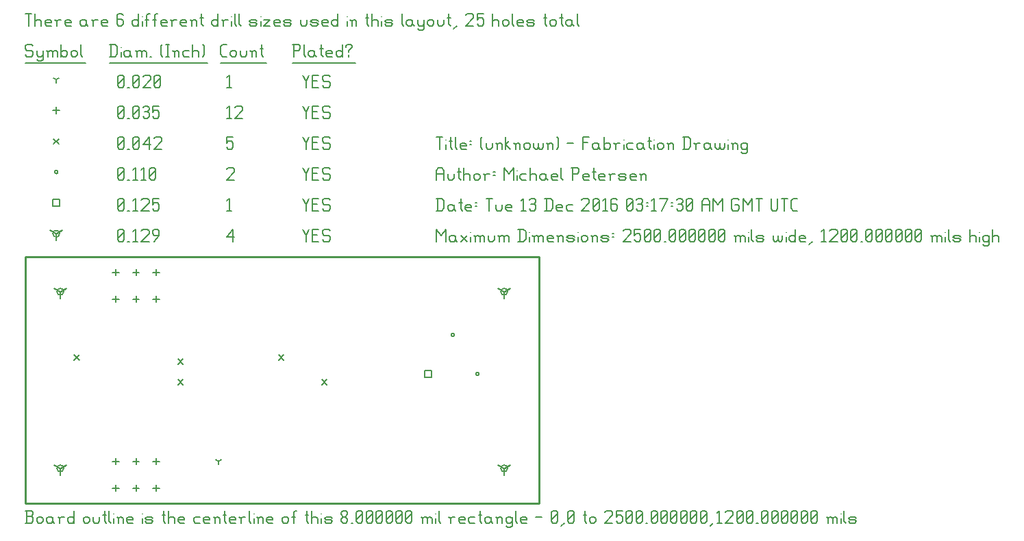
<source format=gbr>
G04 start of page 12 for group -3984 idx -3984 *
G04 Title: (unknown), fab *
G04 Creator: pcb 20140316 *
G04 CreationDate: Tue 13 Dec 2016 03:17:30 AM GMT UTC *
G04 For: railfan *
G04 Format: Gerber/RS-274X *
G04 PCB-Dimensions (mil): 2500.00 1200.00 *
G04 PCB-Coordinate-Origin: lower left *
%MOIN*%
%FSLAX25Y25*%
%LNFAB*%
%ADD62C,0.0100*%
%ADD61C,0.0075*%
%ADD60C,0.0060*%
%ADD59C,0.0001*%
%ADD58R,0.0080X0.0080*%
G54D58*X233000Y103000D02*Y99800D01*
G54D59*G36*
X232454Y103147D02*X235920Y105146D01*
X236320Y104453D01*
X232853Y102454D01*
X232454Y103147D01*
G37*
G36*
X233147Y102454D02*X229680Y104453D01*
X230080Y105146D01*
X233546Y103147D01*
X233147Y102454D01*
G37*
G54D58*X231400Y103000D02*G75*G03X234600Y103000I1600J0D01*G01*
G75*G03X231400Y103000I-1600J0D01*G01*
X17000D02*Y99800D01*
G54D59*G36*
X16454Y103147D02*X19920Y105146D01*
X20320Y104453D01*
X16853Y102454D01*
X16454Y103147D01*
G37*
G36*
X17147Y102454D02*X13680Y104453D01*
X14080Y105146D01*
X17546Y103147D01*
X17147Y102454D01*
G37*
G54D58*X15400Y103000D02*G75*G03X18600Y103000I1600J0D01*G01*
G75*G03X15400Y103000I-1600J0D01*G01*
X17000Y17000D02*Y13800D01*
G54D59*G36*
X16454Y17147D02*X19920Y19146D01*
X20320Y18453D01*
X16853Y16454D01*
X16454Y17147D01*
G37*
G36*
X17147Y16454D02*X13680Y18453D01*
X14080Y19146D01*
X17546Y17147D01*
X17147Y16454D01*
G37*
G54D58*X15400Y17000D02*G75*G03X18600Y17000I1600J0D01*G01*
G75*G03X15400Y17000I-1600J0D01*G01*
X233000D02*Y13800D01*
G54D59*G36*
X232454Y17147D02*X235920Y19146D01*
X236320Y18453D01*
X232853Y16454D01*
X232454Y17147D01*
G37*
G36*
X233147Y16454D02*X229680Y18453D01*
X230080Y19146D01*
X233546Y17147D01*
X233147Y16454D01*
G37*
G54D58*X231400Y17000D02*G75*G03X234600Y17000I1600J0D01*G01*
G75*G03X231400Y17000I-1600J0D01*G01*
X15000Y131250D02*Y128050D01*
G54D59*G36*
X14454Y131397D02*X17920Y133396D01*
X18320Y132703D01*
X14853Y130704D01*
X14454Y131397D01*
G37*
G36*
X15147Y130704D02*X11680Y132703D01*
X12080Y133396D01*
X15546Y131397D01*
X15147Y130704D01*
G37*
G54D58*X13400Y131250D02*G75*G03X16600Y131250I1600J0D01*G01*
G75*G03X13400Y131250I-1600J0D01*G01*
G54D60*X135000Y133500D02*X136500Y130500D01*
X138000Y133500D01*
X136500Y130500D02*Y127500D01*
X139800Y130800D02*X142050D01*
X139800Y127500D02*X142800D01*
X139800Y133500D02*Y127500D01*
Y133500D02*X142800D01*
X147600D02*X148350Y132750D01*
X145350Y133500D02*X147600D01*
X144600Y132750D02*X145350Y133500D01*
X144600Y132750D02*Y131250D01*
X145350Y130500D01*
X147600D01*
X148350Y129750D01*
Y128250D01*
X147600Y127500D02*X148350Y128250D01*
X145350Y127500D02*X147600D01*
X144600Y128250D02*X145350Y127500D01*
X98000Y129750D02*X101000Y133500D01*
X98000Y129750D02*X101750D01*
X101000Y133500D02*Y127500D01*
X45000Y128250D02*X45750Y127500D01*
X45000Y132750D02*Y128250D01*
Y132750D02*X45750Y133500D01*
X47250D01*
X48000Y132750D01*
Y128250D01*
X47250Y127500D02*X48000Y128250D01*
X45750Y127500D02*X47250D01*
X45000Y129000D02*X48000Y132000D01*
X49800Y127500D02*X50550D01*
X52350Y132300D02*X53550Y133500D01*
Y127500D01*
X52350D02*X54600D01*
X56400Y132750D02*X57150Y133500D01*
X59400D01*
X60150Y132750D01*
Y131250D01*
X56400Y127500D02*X60150Y131250D01*
X56400Y127500D02*X60150D01*
X62700D02*X64950Y130500D01*
Y132750D02*Y130500D01*
X64200Y133500D02*X64950Y132750D01*
X62700Y133500D02*X64200D01*
X61950Y132750D02*X62700Y133500D01*
X61950Y132750D02*Y131250D01*
X62700Y130500D01*
X64950D01*
X194400Y64600D02*X197600D01*
X194400D02*Y61400D01*
X197600D01*
Y64600D02*Y61400D01*
X13400Y147850D02*X16600D01*
X13400D02*Y144650D01*
X16600D01*
Y147850D02*Y144650D01*
X135000Y148500D02*X136500Y145500D01*
X138000Y148500D01*
X136500Y145500D02*Y142500D01*
X139800Y145800D02*X142050D01*
X139800Y142500D02*X142800D01*
X139800Y148500D02*Y142500D01*
Y148500D02*X142800D01*
X147600D02*X148350Y147750D01*
X145350Y148500D02*X147600D01*
X144600Y147750D02*X145350Y148500D01*
X144600Y147750D02*Y146250D01*
X145350Y145500D01*
X147600D01*
X148350Y144750D01*
Y143250D01*
X147600Y142500D02*X148350Y143250D01*
X145350Y142500D02*X147600D01*
X144600Y143250D02*X145350Y142500D01*
X98000Y147300D02*X99200Y148500D01*
Y142500D01*
X98000D02*X100250D01*
X45000Y143250D02*X45750Y142500D01*
X45000Y147750D02*Y143250D01*
Y147750D02*X45750Y148500D01*
X47250D01*
X48000Y147750D01*
Y143250D01*
X47250Y142500D02*X48000Y143250D01*
X45750Y142500D02*X47250D01*
X45000Y144000D02*X48000Y147000D01*
X49800Y142500D02*X50550D01*
X52350Y147300D02*X53550Y148500D01*
Y142500D01*
X52350D02*X54600D01*
X56400Y147750D02*X57150Y148500D01*
X59400D01*
X60150Y147750D01*
Y146250D01*
X56400Y142500D02*X60150Y146250D01*
X56400Y142500D02*X60150D01*
X61950Y148500D02*X64950D01*
X61950D02*Y145500D01*
X62700Y146250D01*
X64200D01*
X64950Y145500D01*
Y143250D01*
X64200Y142500D02*X64950Y143250D01*
X62700Y142500D02*X64200D01*
X61950Y143250D02*X62700Y142500D01*
X219200Y63000D02*G75*G03X220800Y63000I800J0D01*G01*
G75*G03X219200Y63000I-800J0D01*G01*
X207200Y82000D02*G75*G03X208800Y82000I800J0D01*G01*
G75*G03X207200Y82000I-800J0D01*G01*
X14200Y161250D02*G75*G03X15800Y161250I800J0D01*G01*
G75*G03X14200Y161250I-800J0D01*G01*
X135000Y163500D02*X136500Y160500D01*
X138000Y163500D01*
X136500Y160500D02*Y157500D01*
X139800Y160800D02*X142050D01*
X139800Y157500D02*X142800D01*
X139800Y163500D02*Y157500D01*
Y163500D02*X142800D01*
X147600D02*X148350Y162750D01*
X145350Y163500D02*X147600D01*
X144600Y162750D02*X145350Y163500D01*
X144600Y162750D02*Y161250D01*
X145350Y160500D01*
X147600D01*
X148350Y159750D01*
Y158250D01*
X147600Y157500D02*X148350Y158250D01*
X145350Y157500D02*X147600D01*
X144600Y158250D02*X145350Y157500D01*
X98000Y162750D02*X98750Y163500D01*
X101000D01*
X101750Y162750D01*
Y161250D01*
X98000Y157500D02*X101750Y161250D01*
X98000Y157500D02*X101750D01*
X45000Y158250D02*X45750Y157500D01*
X45000Y162750D02*Y158250D01*
Y162750D02*X45750Y163500D01*
X47250D01*
X48000Y162750D01*
Y158250D01*
X47250Y157500D02*X48000Y158250D01*
X45750Y157500D02*X47250D01*
X45000Y159000D02*X48000Y162000D01*
X49800Y157500D02*X50550D01*
X52350Y162300D02*X53550Y163500D01*
Y157500D01*
X52350D02*X54600D01*
X56400Y162300D02*X57600Y163500D01*
Y157500D01*
X56400D02*X58650D01*
X60450Y158250D02*X61200Y157500D01*
X60450Y162750D02*Y158250D01*
Y162750D02*X61200Y163500D01*
X62700D01*
X63450Y162750D01*
Y158250D01*
X62700Y157500D02*X63450Y158250D01*
X61200Y157500D02*X62700D01*
X60450Y159000D02*X63450Y162000D01*
X23800Y72200D02*X26200Y69800D01*
X23800D02*X26200Y72200D01*
X123300D02*X125700Y69800D01*
X123300D02*X125700Y72200D01*
X144300Y60200D02*X146700Y57800D01*
X144300D02*X146700Y60200D01*
X74300Y70200D02*X76700Y67800D01*
X74300D02*X76700Y70200D01*
X74300Y60200D02*X76700Y57800D01*
X74300D02*X76700Y60200D01*
X13800Y177450D02*X16200Y175050D01*
X13800D02*X16200Y177450D01*
X135000Y178500D02*X136500Y175500D01*
X138000Y178500D01*
X136500Y175500D02*Y172500D01*
X139800Y175800D02*X142050D01*
X139800Y172500D02*X142800D01*
X139800Y178500D02*Y172500D01*
Y178500D02*X142800D01*
X147600D02*X148350Y177750D01*
X145350Y178500D02*X147600D01*
X144600Y177750D02*X145350Y178500D01*
X144600Y177750D02*Y176250D01*
X145350Y175500D01*
X147600D01*
X148350Y174750D01*
Y173250D01*
X147600Y172500D02*X148350Y173250D01*
X145350Y172500D02*X147600D01*
X144600Y173250D02*X145350Y172500D01*
X98000Y178500D02*X101000D01*
X98000D02*Y175500D01*
X98750Y176250D01*
X100250D01*
X101000Y175500D01*
Y173250D01*
X100250Y172500D02*X101000Y173250D01*
X98750Y172500D02*X100250D01*
X98000Y173250D02*X98750Y172500D01*
X45000Y173250D02*X45750Y172500D01*
X45000Y177750D02*Y173250D01*
Y177750D02*X45750Y178500D01*
X47250D01*
X48000Y177750D01*
Y173250D01*
X47250Y172500D02*X48000Y173250D01*
X45750Y172500D02*X47250D01*
X45000Y174000D02*X48000Y177000D01*
X49800Y172500D02*X50550D01*
X52350Y173250D02*X53100Y172500D01*
X52350Y177750D02*Y173250D01*
Y177750D02*X53100Y178500D01*
X54600D01*
X55350Y177750D01*
Y173250D01*
X54600Y172500D02*X55350Y173250D01*
X53100Y172500D02*X54600D01*
X52350Y174000D02*X55350Y177000D01*
X57150Y174750D02*X60150Y178500D01*
X57150Y174750D02*X60900D01*
X60150Y178500D02*Y172500D01*
X62700Y177750D02*X63450Y178500D01*
X65700D01*
X66450Y177750D01*
Y176250D01*
X62700Y172500D02*X66450Y176250D01*
X62700Y172500D02*X66450D01*
X44000Y101108D02*Y97908D01*
X42400Y99508D02*X45600D01*
X53843Y101108D02*Y97908D01*
X52243Y99508D02*X55443D01*
X63685Y101108D02*Y97908D01*
X62085Y99508D02*X65285D01*
X44000Y114100D02*Y110900D01*
X42400Y112500D02*X45600D01*
X53843Y114100D02*Y110900D01*
X52243Y112500D02*X55443D01*
X63685Y114100D02*Y110900D01*
X62085Y112500D02*X65285D01*
X44000Y9100D02*Y5900D01*
X42400Y7500D02*X45600D01*
X53843Y9100D02*Y5900D01*
X52243Y7500D02*X55443D01*
X63685Y9100D02*Y5900D01*
X62085Y7500D02*X65285D01*
X44000Y22092D02*Y18892D01*
X42400Y20492D02*X45600D01*
X53843Y22092D02*Y18892D01*
X52243Y20492D02*X55443D01*
X63685Y22092D02*Y18892D01*
X62085Y20492D02*X65285D01*
X15000Y192850D02*Y189650D01*
X13400Y191250D02*X16600D01*
X135000Y193500D02*X136500Y190500D01*
X138000Y193500D01*
X136500Y190500D02*Y187500D01*
X139800Y190800D02*X142050D01*
X139800Y187500D02*X142800D01*
X139800Y193500D02*Y187500D01*
Y193500D02*X142800D01*
X147600D02*X148350Y192750D01*
X145350Y193500D02*X147600D01*
X144600Y192750D02*X145350Y193500D01*
X144600Y192750D02*Y191250D01*
X145350Y190500D01*
X147600D01*
X148350Y189750D01*
Y188250D01*
X147600Y187500D02*X148350Y188250D01*
X145350Y187500D02*X147600D01*
X144600Y188250D02*X145350Y187500D01*
X98000Y192300D02*X99200Y193500D01*
Y187500D01*
X98000D02*X100250D01*
X102050Y192750D02*X102800Y193500D01*
X105050D01*
X105800Y192750D01*
Y191250D01*
X102050Y187500D02*X105800Y191250D01*
X102050Y187500D02*X105800D01*
X45000Y188250D02*X45750Y187500D01*
X45000Y192750D02*Y188250D01*
Y192750D02*X45750Y193500D01*
X47250D01*
X48000Y192750D01*
Y188250D01*
X47250Y187500D02*X48000Y188250D01*
X45750Y187500D02*X47250D01*
X45000Y189000D02*X48000Y192000D01*
X49800Y187500D02*X50550D01*
X52350Y188250D02*X53100Y187500D01*
X52350Y192750D02*Y188250D01*
Y192750D02*X53100Y193500D01*
X54600D01*
X55350Y192750D01*
Y188250D01*
X54600Y187500D02*X55350Y188250D01*
X53100Y187500D02*X54600D01*
X52350Y189000D02*X55350Y192000D01*
X57150Y192750D02*X57900Y193500D01*
X59400D01*
X60150Y192750D01*
X59400Y187500D02*X60150Y188250D01*
X57900Y187500D02*X59400D01*
X57150Y188250D02*X57900Y187500D01*
Y190800D02*X59400D01*
X60150Y192750D02*Y191550D01*
Y190050D02*Y188250D01*
Y190050D02*X59400Y190800D01*
X60150Y191550D02*X59400Y190800D01*
X61950Y193500D02*X64950D01*
X61950D02*Y190500D01*
X62700Y191250D01*
X64200D01*
X64950Y190500D01*
Y188250D01*
X64200Y187500D02*X64950Y188250D01*
X62700Y187500D02*X64200D01*
X61950Y188250D02*X62700Y187500D01*
X94043Y20500D02*Y18900D01*
Y20500D02*X95430Y21300D01*
X94043Y20500D02*X92656Y21300D01*
X15000Y206250D02*Y204650D01*
Y206250D02*X16387Y207050D01*
X15000Y206250D02*X13613Y207050D01*
X135000Y208500D02*X136500Y205500D01*
X138000Y208500D01*
X136500Y205500D02*Y202500D01*
X139800Y205800D02*X142050D01*
X139800Y202500D02*X142800D01*
X139800Y208500D02*Y202500D01*
Y208500D02*X142800D01*
X147600D02*X148350Y207750D01*
X145350Y208500D02*X147600D01*
X144600Y207750D02*X145350Y208500D01*
X144600Y207750D02*Y206250D01*
X145350Y205500D01*
X147600D01*
X148350Y204750D01*
Y203250D01*
X147600Y202500D02*X148350Y203250D01*
X145350Y202500D02*X147600D01*
X144600Y203250D02*X145350Y202500D01*
X98000Y207300D02*X99200Y208500D01*
Y202500D01*
X98000D02*X100250D01*
X45000Y203250D02*X45750Y202500D01*
X45000Y207750D02*Y203250D01*
Y207750D02*X45750Y208500D01*
X47250D01*
X48000Y207750D01*
Y203250D01*
X47250Y202500D02*X48000Y203250D01*
X45750Y202500D02*X47250D01*
X45000Y204000D02*X48000Y207000D01*
X49800Y202500D02*X50550D01*
X52350Y203250D02*X53100Y202500D01*
X52350Y207750D02*Y203250D01*
Y207750D02*X53100Y208500D01*
X54600D01*
X55350Y207750D01*
Y203250D01*
X54600Y202500D02*X55350Y203250D01*
X53100Y202500D02*X54600D01*
X52350Y204000D02*X55350Y207000D01*
X57150Y207750D02*X57900Y208500D01*
X60150D01*
X60900Y207750D01*
Y206250D01*
X57150Y202500D02*X60900Y206250D01*
X57150Y202500D02*X60900D01*
X62700Y203250D02*X63450Y202500D01*
X62700Y207750D02*Y203250D01*
Y207750D02*X63450Y208500D01*
X64950D01*
X65700Y207750D01*
Y203250D01*
X64950Y202500D02*X65700Y203250D01*
X63450Y202500D02*X64950D01*
X62700Y204000D02*X65700Y207000D01*
X3000Y223500D02*X3750Y222750D01*
X750Y223500D02*X3000D01*
X0Y222750D02*X750Y223500D01*
X0Y222750D02*Y221250D01*
X750Y220500D01*
X3000D01*
X3750Y219750D01*
Y218250D01*
X3000Y217500D02*X3750Y218250D01*
X750Y217500D02*X3000D01*
X0Y218250D02*X750Y217500D01*
X5550Y220500D02*Y218250D01*
X6300Y217500D01*
X8550Y220500D02*Y216000D01*
X7800Y215250D02*X8550Y216000D01*
X6300Y215250D02*X7800D01*
X5550Y216000D02*X6300Y215250D01*
Y217500D02*X7800D01*
X8550Y218250D01*
X11100Y219750D02*Y217500D01*
Y219750D02*X11850Y220500D01*
X12600D01*
X13350Y219750D01*
Y217500D01*
Y219750D02*X14100Y220500D01*
X14850D01*
X15600Y219750D01*
Y217500D01*
X10350Y220500D02*X11100Y219750D01*
X17400Y223500D02*Y217500D01*
Y218250D02*X18150Y217500D01*
X19650D01*
X20400Y218250D01*
Y219750D02*Y218250D01*
X19650Y220500D02*X20400Y219750D01*
X18150Y220500D02*X19650D01*
X17400Y219750D02*X18150Y220500D01*
X22200Y219750D02*Y218250D01*
Y219750D02*X22950Y220500D01*
X24450D01*
X25200Y219750D01*
Y218250D01*
X24450Y217500D02*X25200Y218250D01*
X22950Y217500D02*X24450D01*
X22200Y218250D02*X22950Y217500D01*
X27000Y223500D02*Y218250D01*
X27750Y217500D01*
X0Y214250D02*X29250D01*
X41750Y223500D02*Y217500D01*
X43700Y223500D02*X44750Y222450D01*
Y218550D01*
X43700Y217500D02*X44750Y218550D01*
X41000Y217500D02*X43700D01*
X41000Y223500D02*X43700D01*
G54D61*X46550Y222000D02*Y221850D01*
G54D60*Y219750D02*Y217500D01*
X50300Y220500D02*X51050Y219750D01*
X48800Y220500D02*X50300D01*
X48050Y219750D02*X48800Y220500D01*
X48050Y219750D02*Y218250D01*
X48800Y217500D01*
X51050Y220500D02*Y218250D01*
X51800Y217500D01*
X48800D02*X50300D01*
X51050Y218250D01*
X54350Y219750D02*Y217500D01*
Y219750D02*X55100Y220500D01*
X55850D01*
X56600Y219750D01*
Y217500D01*
Y219750D02*X57350Y220500D01*
X58100D01*
X58850Y219750D01*
Y217500D01*
X53600Y220500D02*X54350Y219750D01*
X60650Y217500D02*X61400D01*
X65900Y218250D02*X66650Y217500D01*
X65900Y222750D02*X66650Y223500D01*
X65900Y222750D02*Y218250D01*
X68450Y223500D02*X69950D01*
X69200D02*Y217500D01*
X68450D02*X69950D01*
X72500Y219750D02*Y217500D01*
Y219750D02*X73250Y220500D01*
X74000D01*
X74750Y219750D01*
Y217500D01*
X71750Y220500D02*X72500Y219750D01*
X77300Y220500D02*X79550D01*
X76550Y219750D02*X77300Y220500D01*
X76550Y219750D02*Y218250D01*
X77300Y217500D01*
X79550D01*
X81350Y223500D02*Y217500D01*
Y219750D02*X82100Y220500D01*
X83600D01*
X84350Y219750D01*
Y217500D01*
X86150Y223500D02*X86900Y222750D01*
Y218250D01*
X86150Y217500D02*X86900Y218250D01*
X41000Y214250D02*X88700D01*
X96050Y217500D02*X98000D01*
X95000Y218550D02*X96050Y217500D01*
X95000Y222450D02*Y218550D01*
Y222450D02*X96050Y223500D01*
X98000D01*
X99800Y219750D02*Y218250D01*
Y219750D02*X100550Y220500D01*
X102050D01*
X102800Y219750D01*
Y218250D01*
X102050Y217500D02*X102800Y218250D01*
X100550Y217500D02*X102050D01*
X99800Y218250D02*X100550Y217500D01*
X104600Y220500D02*Y218250D01*
X105350Y217500D01*
X106850D01*
X107600Y218250D01*
Y220500D02*Y218250D01*
X110150Y219750D02*Y217500D01*
Y219750D02*X110900Y220500D01*
X111650D01*
X112400Y219750D01*
Y217500D01*
X109400Y220500D02*X110150Y219750D01*
X114950Y223500D02*Y218250D01*
X115700Y217500D01*
X114200Y221250D02*X115700D01*
X95000Y214250D02*X117200D01*
X130750Y223500D02*Y217500D01*
X130000Y223500D02*X133000D01*
X133750Y222750D01*
Y221250D01*
X133000Y220500D02*X133750Y221250D01*
X130750Y220500D02*X133000D01*
X135550Y223500D02*Y218250D01*
X136300Y217500D01*
X140050Y220500D02*X140800Y219750D01*
X138550Y220500D02*X140050D01*
X137800Y219750D02*X138550Y220500D01*
X137800Y219750D02*Y218250D01*
X138550Y217500D01*
X140800Y220500D02*Y218250D01*
X141550Y217500D01*
X138550D02*X140050D01*
X140800Y218250D01*
X144100Y223500D02*Y218250D01*
X144850Y217500D01*
X143350Y221250D02*X144850D01*
X147100Y217500D02*X149350D01*
X146350Y218250D02*X147100Y217500D01*
X146350Y219750D02*Y218250D01*
Y219750D02*X147100Y220500D01*
X148600D01*
X149350Y219750D01*
X146350Y219000D02*X149350D01*
Y219750D02*Y219000D01*
X154150Y223500D02*Y217500D01*
X153400D02*X154150Y218250D01*
X151900Y217500D02*X153400D01*
X151150Y218250D02*X151900Y217500D01*
X151150Y219750D02*Y218250D01*
Y219750D02*X151900Y220500D01*
X153400D01*
X154150Y219750D01*
X157450Y220500D02*Y219750D01*
Y218250D02*Y217500D01*
X155950Y222750D02*Y222000D01*
Y222750D02*X156700Y223500D01*
X158200D01*
X158950Y222750D01*
Y222000D01*
X157450Y220500D02*X158950Y222000D01*
X130000Y214250D02*X160750D01*
X0Y238500D02*X3000D01*
X1500D02*Y232500D01*
X4800Y238500D02*Y232500D01*
Y234750D02*X5550Y235500D01*
X7050D01*
X7800Y234750D01*
Y232500D01*
X10350D02*X12600D01*
X9600Y233250D02*X10350Y232500D01*
X9600Y234750D02*Y233250D01*
Y234750D02*X10350Y235500D01*
X11850D01*
X12600Y234750D01*
X9600Y234000D02*X12600D01*
Y234750D02*Y234000D01*
X15150Y234750D02*Y232500D01*
Y234750D02*X15900Y235500D01*
X17400D01*
X14400D02*X15150Y234750D01*
X19950Y232500D02*X22200D01*
X19200Y233250D02*X19950Y232500D01*
X19200Y234750D02*Y233250D01*
Y234750D02*X19950Y235500D01*
X21450D01*
X22200Y234750D01*
X19200Y234000D02*X22200D01*
Y234750D02*Y234000D01*
X28950Y235500D02*X29700Y234750D01*
X27450Y235500D02*X28950D01*
X26700Y234750D02*X27450Y235500D01*
X26700Y234750D02*Y233250D01*
X27450Y232500D01*
X29700Y235500D02*Y233250D01*
X30450Y232500D01*
X27450D02*X28950D01*
X29700Y233250D01*
X33000Y234750D02*Y232500D01*
Y234750D02*X33750Y235500D01*
X35250D01*
X32250D02*X33000Y234750D01*
X37800Y232500D02*X40050D01*
X37050Y233250D02*X37800Y232500D01*
X37050Y234750D02*Y233250D01*
Y234750D02*X37800Y235500D01*
X39300D01*
X40050Y234750D01*
X37050Y234000D02*X40050D01*
Y234750D02*Y234000D01*
X46800Y238500D02*X47550Y237750D01*
X45300Y238500D02*X46800D01*
X44550Y237750D02*X45300Y238500D01*
X44550Y237750D02*Y233250D01*
X45300Y232500D01*
X46800Y235800D02*X47550Y235050D01*
X44550Y235800D02*X46800D01*
X45300Y232500D02*X46800D01*
X47550Y233250D01*
Y235050D02*Y233250D01*
X55050Y238500D02*Y232500D01*
X54300D02*X55050Y233250D01*
X52800Y232500D02*X54300D01*
X52050Y233250D02*X52800Y232500D01*
X52050Y234750D02*Y233250D01*
Y234750D02*X52800Y235500D01*
X54300D01*
X55050Y234750D01*
G54D61*X56850Y237000D02*Y236850D01*
G54D60*Y234750D02*Y232500D01*
X59100Y237750D02*Y232500D01*
Y237750D02*X59850Y238500D01*
X60600D01*
X58350Y235500D02*X59850D01*
X62850Y237750D02*Y232500D01*
Y237750D02*X63600Y238500D01*
X64350D01*
X62100Y235500D02*X63600D01*
X66600Y232500D02*X68850D01*
X65850Y233250D02*X66600Y232500D01*
X65850Y234750D02*Y233250D01*
Y234750D02*X66600Y235500D01*
X68100D01*
X68850Y234750D01*
X65850Y234000D02*X68850D01*
Y234750D02*Y234000D01*
X71400Y234750D02*Y232500D01*
Y234750D02*X72150Y235500D01*
X73650D01*
X70650D02*X71400Y234750D01*
X76200Y232500D02*X78450D01*
X75450Y233250D02*X76200Y232500D01*
X75450Y234750D02*Y233250D01*
Y234750D02*X76200Y235500D01*
X77700D01*
X78450Y234750D01*
X75450Y234000D02*X78450D01*
Y234750D02*Y234000D01*
X81000Y234750D02*Y232500D01*
Y234750D02*X81750Y235500D01*
X82500D01*
X83250Y234750D01*
Y232500D01*
X80250Y235500D02*X81000Y234750D01*
X85800Y238500D02*Y233250D01*
X86550Y232500D01*
X85050Y236250D02*X86550D01*
X93750Y238500D02*Y232500D01*
X93000D02*X93750Y233250D01*
X91500Y232500D02*X93000D01*
X90750Y233250D02*X91500Y232500D01*
X90750Y234750D02*Y233250D01*
Y234750D02*X91500Y235500D01*
X93000D01*
X93750Y234750D01*
X96300D02*Y232500D01*
Y234750D02*X97050Y235500D01*
X98550D01*
X95550D02*X96300Y234750D01*
G54D61*X100350Y237000D02*Y236850D01*
G54D60*Y234750D02*Y232500D01*
X101850Y238500D02*Y233250D01*
X102600Y232500D01*
X104100Y238500D02*Y233250D01*
X104850Y232500D01*
X109800D02*X112050D01*
X112800Y233250D01*
X112050Y234000D02*X112800Y233250D01*
X109800Y234000D02*X112050D01*
X109050Y234750D02*X109800Y234000D01*
X109050Y234750D02*X109800Y235500D01*
X112050D01*
X112800Y234750D01*
X109050Y233250D02*X109800Y232500D01*
G54D61*X114600Y237000D02*Y236850D01*
G54D60*Y234750D02*Y232500D01*
X116100Y235500D02*X119100D01*
X116100Y232500D02*X119100Y235500D01*
X116100Y232500D02*X119100D01*
X121650D02*X123900D01*
X120900Y233250D02*X121650Y232500D01*
X120900Y234750D02*Y233250D01*
Y234750D02*X121650Y235500D01*
X123150D01*
X123900Y234750D01*
X120900Y234000D02*X123900D01*
Y234750D02*Y234000D01*
X126450Y232500D02*X128700D01*
X129450Y233250D01*
X128700Y234000D02*X129450Y233250D01*
X126450Y234000D02*X128700D01*
X125700Y234750D02*X126450Y234000D01*
X125700Y234750D02*X126450Y235500D01*
X128700D01*
X129450Y234750D01*
X125700Y233250D02*X126450Y232500D01*
X133950Y235500D02*Y233250D01*
X134700Y232500D01*
X136200D01*
X136950Y233250D01*
Y235500D02*Y233250D01*
X139500Y232500D02*X141750D01*
X142500Y233250D01*
X141750Y234000D02*X142500Y233250D01*
X139500Y234000D02*X141750D01*
X138750Y234750D02*X139500Y234000D01*
X138750Y234750D02*X139500Y235500D01*
X141750D01*
X142500Y234750D01*
X138750Y233250D02*X139500Y232500D01*
X145050D02*X147300D01*
X144300Y233250D02*X145050Y232500D01*
X144300Y234750D02*Y233250D01*
Y234750D02*X145050Y235500D01*
X146550D01*
X147300Y234750D01*
X144300Y234000D02*X147300D01*
Y234750D02*Y234000D01*
X152100Y238500D02*Y232500D01*
X151350D02*X152100Y233250D01*
X149850Y232500D02*X151350D01*
X149100Y233250D02*X149850Y232500D01*
X149100Y234750D02*Y233250D01*
Y234750D02*X149850Y235500D01*
X151350D01*
X152100Y234750D01*
G54D61*X156600Y237000D02*Y236850D01*
G54D60*Y234750D02*Y232500D01*
X158850Y234750D02*Y232500D01*
Y234750D02*X159600Y235500D01*
X160350D01*
X161100Y234750D01*
Y232500D01*
X158100Y235500D02*X158850Y234750D01*
X166350Y238500D02*Y233250D01*
X167100Y232500D01*
X165600Y236250D02*X167100D01*
X168600Y238500D02*Y232500D01*
Y234750D02*X169350Y235500D01*
X170850D01*
X171600Y234750D01*
Y232500D01*
G54D61*X173400Y237000D02*Y236850D01*
G54D60*Y234750D02*Y232500D01*
X175650D02*X177900D01*
X178650Y233250D01*
X177900Y234000D02*X178650Y233250D01*
X175650Y234000D02*X177900D01*
X174900Y234750D02*X175650Y234000D01*
X174900Y234750D02*X175650Y235500D01*
X177900D01*
X178650Y234750D01*
X174900Y233250D02*X175650Y232500D01*
X183150Y238500D02*Y233250D01*
X183900Y232500D01*
X187650Y235500D02*X188400Y234750D01*
X186150Y235500D02*X187650D01*
X185400Y234750D02*X186150Y235500D01*
X185400Y234750D02*Y233250D01*
X186150Y232500D01*
X188400Y235500D02*Y233250D01*
X189150Y232500D01*
X186150D02*X187650D01*
X188400Y233250D01*
X190950Y235500D02*Y233250D01*
X191700Y232500D01*
X193950Y235500D02*Y231000D01*
X193200Y230250D02*X193950Y231000D01*
X191700Y230250D02*X193200D01*
X190950Y231000D02*X191700Y230250D01*
Y232500D02*X193200D01*
X193950Y233250D01*
X195750Y234750D02*Y233250D01*
Y234750D02*X196500Y235500D01*
X198000D01*
X198750Y234750D01*
Y233250D01*
X198000Y232500D02*X198750Y233250D01*
X196500Y232500D02*X198000D01*
X195750Y233250D02*X196500Y232500D01*
X200550Y235500D02*Y233250D01*
X201300Y232500D01*
X202800D01*
X203550Y233250D01*
Y235500D02*Y233250D01*
X206100Y238500D02*Y233250D01*
X206850Y232500D01*
X205350Y236250D02*X206850D01*
X208350Y231000D02*X209850Y232500D01*
X214350Y237750D02*X215100Y238500D01*
X217350D01*
X218100Y237750D01*
Y236250D01*
X214350Y232500D02*X218100Y236250D01*
X214350Y232500D02*X218100D01*
X219900Y238500D02*X222900D01*
X219900D02*Y235500D01*
X220650Y236250D01*
X222150D01*
X222900Y235500D01*
Y233250D01*
X222150Y232500D02*X222900Y233250D01*
X220650Y232500D02*X222150D01*
X219900Y233250D02*X220650Y232500D01*
X227400Y238500D02*Y232500D01*
Y234750D02*X228150Y235500D01*
X229650D01*
X230400Y234750D01*
Y232500D01*
X232200Y234750D02*Y233250D01*
Y234750D02*X232950Y235500D01*
X234450D01*
X235200Y234750D01*
Y233250D01*
X234450Y232500D02*X235200Y233250D01*
X232950Y232500D02*X234450D01*
X232200Y233250D02*X232950Y232500D01*
X237000Y238500D02*Y233250D01*
X237750Y232500D01*
X240000D02*X242250D01*
X239250Y233250D02*X240000Y232500D01*
X239250Y234750D02*Y233250D01*
Y234750D02*X240000Y235500D01*
X241500D01*
X242250Y234750D01*
X239250Y234000D02*X242250D01*
Y234750D02*Y234000D01*
X244800Y232500D02*X247050D01*
X247800Y233250D01*
X247050Y234000D02*X247800Y233250D01*
X244800Y234000D02*X247050D01*
X244050Y234750D02*X244800Y234000D01*
X244050Y234750D02*X244800Y235500D01*
X247050D01*
X247800Y234750D01*
X244050Y233250D02*X244800Y232500D01*
X253050Y238500D02*Y233250D01*
X253800Y232500D01*
X252300Y236250D02*X253800D01*
X255300Y234750D02*Y233250D01*
Y234750D02*X256050Y235500D01*
X257550D01*
X258300Y234750D01*
Y233250D01*
X257550Y232500D02*X258300Y233250D01*
X256050Y232500D02*X257550D01*
X255300Y233250D02*X256050Y232500D01*
X260850Y238500D02*Y233250D01*
X261600Y232500D01*
X260100Y236250D02*X261600D01*
X265350Y235500D02*X266100Y234750D01*
X263850Y235500D02*X265350D01*
X263100Y234750D02*X263850Y235500D01*
X263100Y234750D02*Y233250D01*
X263850Y232500D01*
X266100Y235500D02*Y233250D01*
X266850Y232500D01*
X263850D02*X265350D01*
X266100Y233250D01*
X268650Y238500D02*Y233250D01*
X269400Y232500D01*
G54D62*X0Y120000D02*X250000D01*
X0D02*Y0D01*
X250000Y120000D02*Y0D01*
X0D02*X250000D01*
G54D60*X200000Y133500D02*Y127500D01*
Y133500D02*X202250Y130500D01*
X204500Y133500D01*
Y127500D01*
X208550Y130500D02*X209300Y129750D01*
X207050Y130500D02*X208550D01*
X206300Y129750D02*X207050Y130500D01*
X206300Y129750D02*Y128250D01*
X207050Y127500D01*
X209300Y130500D02*Y128250D01*
X210050Y127500D01*
X207050D02*X208550D01*
X209300Y128250D01*
X211850Y130500D02*X214850Y127500D01*
X211850D02*X214850Y130500D01*
G54D61*X216650Y132000D02*Y131850D01*
G54D60*Y129750D02*Y127500D01*
X218900Y129750D02*Y127500D01*
Y129750D02*X219650Y130500D01*
X220400D01*
X221150Y129750D01*
Y127500D01*
Y129750D02*X221900Y130500D01*
X222650D01*
X223400Y129750D01*
Y127500D01*
X218150Y130500D02*X218900Y129750D01*
X225200Y130500D02*Y128250D01*
X225950Y127500D01*
X227450D01*
X228200Y128250D01*
Y130500D02*Y128250D01*
X230750Y129750D02*Y127500D01*
Y129750D02*X231500Y130500D01*
X232250D01*
X233000Y129750D01*
Y127500D01*
Y129750D02*X233750Y130500D01*
X234500D01*
X235250Y129750D01*
Y127500D01*
X230000Y130500D02*X230750Y129750D01*
X240500Y133500D02*Y127500D01*
X242450Y133500D02*X243500Y132450D01*
Y128550D01*
X242450Y127500D02*X243500Y128550D01*
X239750Y127500D02*X242450D01*
X239750Y133500D02*X242450D01*
G54D61*X245300Y132000D02*Y131850D01*
G54D60*Y129750D02*Y127500D01*
X247550Y129750D02*Y127500D01*
Y129750D02*X248300Y130500D01*
X249050D01*
X249800Y129750D01*
Y127500D01*
Y129750D02*X250550Y130500D01*
X251300D01*
X252050Y129750D01*
Y127500D01*
X246800Y130500D02*X247550Y129750D01*
X254600Y127500D02*X256850D01*
X253850Y128250D02*X254600Y127500D01*
X253850Y129750D02*Y128250D01*
Y129750D02*X254600Y130500D01*
X256100D01*
X256850Y129750D01*
X253850Y129000D02*X256850D01*
Y129750D02*Y129000D01*
X259400Y129750D02*Y127500D01*
Y129750D02*X260150Y130500D01*
X260900D01*
X261650Y129750D01*
Y127500D01*
X258650Y130500D02*X259400Y129750D01*
X264200Y127500D02*X266450D01*
X267200Y128250D01*
X266450Y129000D02*X267200Y128250D01*
X264200Y129000D02*X266450D01*
X263450Y129750D02*X264200Y129000D01*
X263450Y129750D02*X264200Y130500D01*
X266450D01*
X267200Y129750D01*
X263450Y128250D02*X264200Y127500D01*
G54D61*X269000Y132000D02*Y131850D01*
G54D60*Y129750D02*Y127500D01*
X270500Y129750D02*Y128250D01*
Y129750D02*X271250Y130500D01*
X272750D01*
X273500Y129750D01*
Y128250D01*
X272750Y127500D02*X273500Y128250D01*
X271250Y127500D02*X272750D01*
X270500Y128250D02*X271250Y127500D01*
X276050Y129750D02*Y127500D01*
Y129750D02*X276800Y130500D01*
X277550D01*
X278300Y129750D01*
Y127500D01*
X275300Y130500D02*X276050Y129750D01*
X280850Y127500D02*X283100D01*
X283850Y128250D01*
X283100Y129000D02*X283850Y128250D01*
X280850Y129000D02*X283100D01*
X280100Y129750D02*X280850Y129000D01*
X280100Y129750D02*X280850Y130500D01*
X283100D01*
X283850Y129750D01*
X280100Y128250D02*X280850Y127500D01*
X285650Y131250D02*X286400D01*
X285650Y129750D02*X286400D01*
X290900Y132750D02*X291650Y133500D01*
X293900D01*
X294650Y132750D01*
Y131250D01*
X290900Y127500D02*X294650Y131250D01*
X290900Y127500D02*X294650D01*
X296450Y133500D02*X299450D01*
X296450D02*Y130500D01*
X297200Y131250D01*
X298700D01*
X299450Y130500D01*
Y128250D01*
X298700Y127500D02*X299450Y128250D01*
X297200Y127500D02*X298700D01*
X296450Y128250D02*X297200Y127500D01*
X301250Y128250D02*X302000Y127500D01*
X301250Y132750D02*Y128250D01*
Y132750D02*X302000Y133500D01*
X303500D01*
X304250Y132750D01*
Y128250D01*
X303500Y127500D02*X304250Y128250D01*
X302000Y127500D02*X303500D01*
X301250Y129000D02*X304250Y132000D01*
X306050Y128250D02*X306800Y127500D01*
X306050Y132750D02*Y128250D01*
Y132750D02*X306800Y133500D01*
X308300D01*
X309050Y132750D01*
Y128250D01*
X308300Y127500D02*X309050Y128250D01*
X306800Y127500D02*X308300D01*
X306050Y129000D02*X309050Y132000D01*
X310850Y127500D02*X311600D01*
X313400Y128250D02*X314150Y127500D01*
X313400Y132750D02*Y128250D01*
Y132750D02*X314150Y133500D01*
X315650D01*
X316400Y132750D01*
Y128250D01*
X315650Y127500D02*X316400Y128250D01*
X314150Y127500D02*X315650D01*
X313400Y129000D02*X316400Y132000D01*
X318200Y128250D02*X318950Y127500D01*
X318200Y132750D02*Y128250D01*
Y132750D02*X318950Y133500D01*
X320450D01*
X321200Y132750D01*
Y128250D01*
X320450Y127500D02*X321200Y128250D01*
X318950Y127500D02*X320450D01*
X318200Y129000D02*X321200Y132000D01*
X323000Y128250D02*X323750Y127500D01*
X323000Y132750D02*Y128250D01*
Y132750D02*X323750Y133500D01*
X325250D01*
X326000Y132750D01*
Y128250D01*
X325250Y127500D02*X326000Y128250D01*
X323750Y127500D02*X325250D01*
X323000Y129000D02*X326000Y132000D01*
X327800Y128250D02*X328550Y127500D01*
X327800Y132750D02*Y128250D01*
Y132750D02*X328550Y133500D01*
X330050D01*
X330800Y132750D01*
Y128250D01*
X330050Y127500D02*X330800Y128250D01*
X328550Y127500D02*X330050D01*
X327800Y129000D02*X330800Y132000D01*
X332600Y128250D02*X333350Y127500D01*
X332600Y132750D02*Y128250D01*
Y132750D02*X333350Y133500D01*
X334850D01*
X335600Y132750D01*
Y128250D01*
X334850Y127500D02*X335600Y128250D01*
X333350Y127500D02*X334850D01*
X332600Y129000D02*X335600Y132000D01*
X337400Y128250D02*X338150Y127500D01*
X337400Y132750D02*Y128250D01*
Y132750D02*X338150Y133500D01*
X339650D01*
X340400Y132750D01*
Y128250D01*
X339650Y127500D02*X340400Y128250D01*
X338150Y127500D02*X339650D01*
X337400Y129000D02*X340400Y132000D01*
X345650Y129750D02*Y127500D01*
Y129750D02*X346400Y130500D01*
X347150D01*
X347900Y129750D01*
Y127500D01*
Y129750D02*X348650Y130500D01*
X349400D01*
X350150Y129750D01*
Y127500D01*
X344900Y130500D02*X345650Y129750D01*
G54D61*X351950Y132000D02*Y131850D01*
G54D60*Y129750D02*Y127500D01*
X353450Y133500D02*Y128250D01*
X354200Y127500D01*
X356450D02*X358700D01*
X359450Y128250D01*
X358700Y129000D02*X359450Y128250D01*
X356450Y129000D02*X358700D01*
X355700Y129750D02*X356450Y129000D01*
X355700Y129750D02*X356450Y130500D01*
X358700D01*
X359450Y129750D01*
X355700Y128250D02*X356450Y127500D01*
X363950Y130500D02*Y128250D01*
X364700Y127500D01*
X365450D01*
X366200Y128250D01*
Y130500D02*Y128250D01*
X366950Y127500D01*
X367700D01*
X368450Y128250D01*
Y130500D02*Y128250D01*
G54D61*X370250Y132000D02*Y131850D01*
G54D60*Y129750D02*Y127500D01*
X374750Y133500D02*Y127500D01*
X374000D02*X374750Y128250D01*
X372500Y127500D02*X374000D01*
X371750Y128250D02*X372500Y127500D01*
X371750Y129750D02*Y128250D01*
Y129750D02*X372500Y130500D01*
X374000D01*
X374750Y129750D01*
X377300Y127500D02*X379550D01*
X376550Y128250D02*X377300Y127500D01*
X376550Y129750D02*Y128250D01*
Y129750D02*X377300Y130500D01*
X378800D01*
X379550Y129750D01*
X376550Y129000D02*X379550D01*
Y129750D02*Y129000D01*
X381350Y126000D02*X382850Y127500D01*
X387350Y132300D02*X388550Y133500D01*
Y127500D01*
X387350D02*X389600D01*
X391400Y132750D02*X392150Y133500D01*
X394400D01*
X395150Y132750D01*
Y131250D01*
X391400Y127500D02*X395150Y131250D01*
X391400Y127500D02*X395150D01*
X396950Y128250D02*X397700Y127500D01*
X396950Y132750D02*Y128250D01*
Y132750D02*X397700Y133500D01*
X399200D01*
X399950Y132750D01*
Y128250D01*
X399200Y127500D02*X399950Y128250D01*
X397700Y127500D02*X399200D01*
X396950Y129000D02*X399950Y132000D01*
X401750Y128250D02*X402500Y127500D01*
X401750Y132750D02*Y128250D01*
Y132750D02*X402500Y133500D01*
X404000D01*
X404750Y132750D01*
Y128250D01*
X404000Y127500D02*X404750Y128250D01*
X402500Y127500D02*X404000D01*
X401750Y129000D02*X404750Y132000D01*
X406550Y127500D02*X407300D01*
X409100Y128250D02*X409850Y127500D01*
X409100Y132750D02*Y128250D01*
Y132750D02*X409850Y133500D01*
X411350D01*
X412100Y132750D01*
Y128250D01*
X411350Y127500D02*X412100Y128250D01*
X409850Y127500D02*X411350D01*
X409100Y129000D02*X412100Y132000D01*
X413900Y128250D02*X414650Y127500D01*
X413900Y132750D02*Y128250D01*
Y132750D02*X414650Y133500D01*
X416150D01*
X416900Y132750D01*
Y128250D01*
X416150Y127500D02*X416900Y128250D01*
X414650Y127500D02*X416150D01*
X413900Y129000D02*X416900Y132000D01*
X418700Y128250D02*X419450Y127500D01*
X418700Y132750D02*Y128250D01*
Y132750D02*X419450Y133500D01*
X420950D01*
X421700Y132750D01*
Y128250D01*
X420950Y127500D02*X421700Y128250D01*
X419450Y127500D02*X420950D01*
X418700Y129000D02*X421700Y132000D01*
X423500Y128250D02*X424250Y127500D01*
X423500Y132750D02*Y128250D01*
Y132750D02*X424250Y133500D01*
X425750D01*
X426500Y132750D01*
Y128250D01*
X425750Y127500D02*X426500Y128250D01*
X424250Y127500D02*X425750D01*
X423500Y129000D02*X426500Y132000D01*
X428300Y128250D02*X429050Y127500D01*
X428300Y132750D02*Y128250D01*
Y132750D02*X429050Y133500D01*
X430550D01*
X431300Y132750D01*
Y128250D01*
X430550Y127500D02*X431300Y128250D01*
X429050Y127500D02*X430550D01*
X428300Y129000D02*X431300Y132000D01*
X433100Y128250D02*X433850Y127500D01*
X433100Y132750D02*Y128250D01*
Y132750D02*X433850Y133500D01*
X435350D01*
X436100Y132750D01*
Y128250D01*
X435350Y127500D02*X436100Y128250D01*
X433850Y127500D02*X435350D01*
X433100Y129000D02*X436100Y132000D01*
X441350Y129750D02*Y127500D01*
Y129750D02*X442100Y130500D01*
X442850D01*
X443600Y129750D01*
Y127500D01*
Y129750D02*X444350Y130500D01*
X445100D01*
X445850Y129750D01*
Y127500D01*
X440600Y130500D02*X441350Y129750D01*
G54D61*X447650Y132000D02*Y131850D01*
G54D60*Y129750D02*Y127500D01*
X449150Y133500D02*Y128250D01*
X449900Y127500D01*
X452150D02*X454400D01*
X455150Y128250D01*
X454400Y129000D02*X455150Y128250D01*
X452150Y129000D02*X454400D01*
X451400Y129750D02*X452150Y129000D01*
X451400Y129750D02*X452150Y130500D01*
X454400D01*
X455150Y129750D01*
X451400Y128250D02*X452150Y127500D01*
X459650Y133500D02*Y127500D01*
Y129750D02*X460400Y130500D01*
X461900D01*
X462650Y129750D01*
Y127500D01*
G54D61*X464450Y132000D02*Y131850D01*
G54D60*Y129750D02*Y127500D01*
X468200Y130500D02*X468950Y129750D01*
X466700Y130500D02*X468200D01*
X465950Y129750D02*X466700Y130500D01*
X465950Y129750D02*Y128250D01*
X466700Y127500D01*
X468200D01*
X468950Y128250D01*
X465950Y126000D02*X466700Y125250D01*
X468200D01*
X468950Y126000D01*
Y130500D02*Y126000D01*
X470750Y133500D02*Y127500D01*
Y129750D02*X471500Y130500D01*
X473000D01*
X473750Y129750D01*
Y127500D01*
X0Y-9500D02*X3000D01*
X3750Y-8750D01*
Y-6950D02*Y-8750D01*
X3000Y-6200D02*X3750Y-6950D01*
X750Y-6200D02*X3000D01*
X750Y-3500D02*Y-9500D01*
X0Y-3500D02*X3000D01*
X3750Y-4250D01*
Y-5450D01*
X3000Y-6200D02*X3750Y-5450D01*
X5550Y-7250D02*Y-8750D01*
Y-7250D02*X6300Y-6500D01*
X7800D01*
X8550Y-7250D01*
Y-8750D01*
X7800Y-9500D02*X8550Y-8750D01*
X6300Y-9500D02*X7800D01*
X5550Y-8750D02*X6300Y-9500D01*
X12600Y-6500D02*X13350Y-7250D01*
X11100Y-6500D02*X12600D01*
X10350Y-7250D02*X11100Y-6500D01*
X10350Y-7250D02*Y-8750D01*
X11100Y-9500D01*
X13350Y-6500D02*Y-8750D01*
X14100Y-9500D01*
X11100D02*X12600D01*
X13350Y-8750D01*
X16650Y-7250D02*Y-9500D01*
Y-7250D02*X17400Y-6500D01*
X18900D01*
X15900D02*X16650Y-7250D01*
X23700Y-3500D02*Y-9500D01*
X22950D02*X23700Y-8750D01*
X21450Y-9500D02*X22950D01*
X20700Y-8750D02*X21450Y-9500D01*
X20700Y-7250D02*Y-8750D01*
Y-7250D02*X21450Y-6500D01*
X22950D01*
X23700Y-7250D01*
X28200D02*Y-8750D01*
Y-7250D02*X28950Y-6500D01*
X30450D01*
X31200Y-7250D01*
Y-8750D01*
X30450Y-9500D02*X31200Y-8750D01*
X28950Y-9500D02*X30450D01*
X28200Y-8750D02*X28950Y-9500D01*
X33000Y-6500D02*Y-8750D01*
X33750Y-9500D01*
X35250D01*
X36000Y-8750D01*
Y-6500D02*Y-8750D01*
X38550Y-3500D02*Y-8750D01*
X39300Y-9500D01*
X37800Y-5750D02*X39300D01*
X40800Y-3500D02*Y-8750D01*
X41550Y-9500D01*
G54D61*X43050Y-5000D02*Y-5150D01*
G54D60*Y-7250D02*Y-9500D01*
X45300Y-7250D02*Y-9500D01*
Y-7250D02*X46050Y-6500D01*
X46800D01*
X47550Y-7250D01*
Y-9500D01*
X44550Y-6500D02*X45300Y-7250D01*
X50100Y-9500D02*X52350D01*
X49350Y-8750D02*X50100Y-9500D01*
X49350Y-7250D02*Y-8750D01*
Y-7250D02*X50100Y-6500D01*
X51600D01*
X52350Y-7250D01*
X49350Y-8000D02*X52350D01*
Y-7250D02*Y-8000D01*
G54D61*X56850Y-5000D02*Y-5150D01*
G54D60*Y-7250D02*Y-9500D01*
X59100D02*X61350D01*
X62100Y-8750D01*
X61350Y-8000D02*X62100Y-8750D01*
X59100Y-8000D02*X61350D01*
X58350Y-7250D02*X59100Y-8000D01*
X58350Y-7250D02*X59100Y-6500D01*
X61350D01*
X62100Y-7250D01*
X58350Y-8750D02*X59100Y-9500D01*
X67350Y-3500D02*Y-8750D01*
X68100Y-9500D01*
X66600Y-5750D02*X68100D01*
X69600Y-3500D02*Y-9500D01*
Y-7250D02*X70350Y-6500D01*
X71850D01*
X72600Y-7250D01*
Y-9500D01*
X75150D02*X77400D01*
X74400Y-8750D02*X75150Y-9500D01*
X74400Y-7250D02*Y-8750D01*
Y-7250D02*X75150Y-6500D01*
X76650D01*
X77400Y-7250D01*
X74400Y-8000D02*X77400D01*
Y-7250D02*Y-8000D01*
X82650Y-6500D02*X84900D01*
X81900Y-7250D02*X82650Y-6500D01*
X81900Y-7250D02*Y-8750D01*
X82650Y-9500D01*
X84900D01*
X87450D02*X89700D01*
X86700Y-8750D02*X87450Y-9500D01*
X86700Y-7250D02*Y-8750D01*
Y-7250D02*X87450Y-6500D01*
X88950D01*
X89700Y-7250D01*
X86700Y-8000D02*X89700D01*
Y-7250D02*Y-8000D01*
X92250Y-7250D02*Y-9500D01*
Y-7250D02*X93000Y-6500D01*
X93750D01*
X94500Y-7250D01*
Y-9500D01*
X91500Y-6500D02*X92250Y-7250D01*
X97050Y-3500D02*Y-8750D01*
X97800Y-9500D01*
X96300Y-5750D02*X97800D01*
X100050Y-9500D02*X102300D01*
X99300Y-8750D02*X100050Y-9500D01*
X99300Y-7250D02*Y-8750D01*
Y-7250D02*X100050Y-6500D01*
X101550D01*
X102300Y-7250D01*
X99300Y-8000D02*X102300D01*
Y-7250D02*Y-8000D01*
X104850Y-7250D02*Y-9500D01*
Y-7250D02*X105600Y-6500D01*
X107100D01*
X104100D02*X104850Y-7250D01*
X108900Y-3500D02*Y-8750D01*
X109650Y-9500D01*
G54D61*X111150Y-5000D02*Y-5150D01*
G54D60*Y-7250D02*Y-9500D01*
X113400Y-7250D02*Y-9500D01*
Y-7250D02*X114150Y-6500D01*
X114900D01*
X115650Y-7250D01*
Y-9500D01*
X112650Y-6500D02*X113400Y-7250D01*
X118200Y-9500D02*X120450D01*
X117450Y-8750D02*X118200Y-9500D01*
X117450Y-7250D02*Y-8750D01*
Y-7250D02*X118200Y-6500D01*
X119700D01*
X120450Y-7250D01*
X117450Y-8000D02*X120450D01*
Y-7250D02*Y-8000D01*
X124950Y-7250D02*Y-8750D01*
Y-7250D02*X125700Y-6500D01*
X127200D01*
X127950Y-7250D01*
Y-8750D01*
X127200Y-9500D02*X127950Y-8750D01*
X125700Y-9500D02*X127200D01*
X124950Y-8750D02*X125700Y-9500D01*
X130500Y-4250D02*Y-9500D01*
Y-4250D02*X131250Y-3500D01*
X132000D01*
X129750Y-6500D02*X131250D01*
X136950Y-3500D02*Y-8750D01*
X137700Y-9500D01*
X136200Y-5750D02*X137700D01*
X139200Y-3500D02*Y-9500D01*
Y-7250D02*X139950Y-6500D01*
X141450D01*
X142200Y-7250D01*
Y-9500D01*
G54D61*X144000Y-5000D02*Y-5150D01*
G54D60*Y-7250D02*Y-9500D01*
X146250D02*X148500D01*
X149250Y-8750D01*
X148500Y-8000D02*X149250Y-8750D01*
X146250Y-8000D02*X148500D01*
X145500Y-7250D02*X146250Y-8000D01*
X145500Y-7250D02*X146250Y-6500D01*
X148500D01*
X149250Y-7250D01*
X145500Y-8750D02*X146250Y-9500D01*
X153750Y-8750D02*X154500Y-9500D01*
X153750Y-7550D02*Y-8750D01*
Y-7550D02*X154800Y-6500D01*
X155700D01*
X156750Y-7550D01*
Y-8750D01*
X156000Y-9500D02*X156750Y-8750D01*
X154500Y-9500D02*X156000D01*
X153750Y-5450D02*X154800Y-6500D01*
X153750Y-4250D02*Y-5450D01*
Y-4250D02*X154500Y-3500D01*
X156000D01*
X156750Y-4250D01*
Y-5450D01*
X155700Y-6500D02*X156750Y-5450D01*
X158550Y-9500D02*X159300D01*
X161100Y-8750D02*X161850Y-9500D01*
X161100Y-4250D02*Y-8750D01*
Y-4250D02*X161850Y-3500D01*
X163350D01*
X164100Y-4250D01*
Y-8750D01*
X163350Y-9500D02*X164100Y-8750D01*
X161850Y-9500D02*X163350D01*
X161100Y-8000D02*X164100Y-5000D01*
X165900Y-8750D02*X166650Y-9500D01*
X165900Y-4250D02*Y-8750D01*
Y-4250D02*X166650Y-3500D01*
X168150D01*
X168900Y-4250D01*
Y-8750D01*
X168150Y-9500D02*X168900Y-8750D01*
X166650Y-9500D02*X168150D01*
X165900Y-8000D02*X168900Y-5000D01*
X170700Y-8750D02*X171450Y-9500D01*
X170700Y-4250D02*Y-8750D01*
Y-4250D02*X171450Y-3500D01*
X172950D01*
X173700Y-4250D01*
Y-8750D01*
X172950Y-9500D02*X173700Y-8750D01*
X171450Y-9500D02*X172950D01*
X170700Y-8000D02*X173700Y-5000D01*
X175500Y-8750D02*X176250Y-9500D01*
X175500Y-4250D02*Y-8750D01*
Y-4250D02*X176250Y-3500D01*
X177750D01*
X178500Y-4250D01*
Y-8750D01*
X177750Y-9500D02*X178500Y-8750D01*
X176250Y-9500D02*X177750D01*
X175500Y-8000D02*X178500Y-5000D01*
X180300Y-8750D02*X181050Y-9500D01*
X180300Y-4250D02*Y-8750D01*
Y-4250D02*X181050Y-3500D01*
X182550D01*
X183300Y-4250D01*
Y-8750D01*
X182550Y-9500D02*X183300Y-8750D01*
X181050Y-9500D02*X182550D01*
X180300Y-8000D02*X183300Y-5000D01*
X185100Y-8750D02*X185850Y-9500D01*
X185100Y-4250D02*Y-8750D01*
Y-4250D02*X185850Y-3500D01*
X187350D01*
X188100Y-4250D01*
Y-8750D01*
X187350Y-9500D02*X188100Y-8750D01*
X185850Y-9500D02*X187350D01*
X185100Y-8000D02*X188100Y-5000D01*
X193350Y-7250D02*Y-9500D01*
Y-7250D02*X194100Y-6500D01*
X194850D01*
X195600Y-7250D01*
Y-9500D01*
Y-7250D02*X196350Y-6500D01*
X197100D01*
X197850Y-7250D01*
Y-9500D01*
X192600Y-6500D02*X193350Y-7250D01*
G54D61*X199650Y-5000D02*Y-5150D01*
G54D60*Y-7250D02*Y-9500D01*
X201150Y-3500D02*Y-8750D01*
X201900Y-9500D01*
X206850Y-7250D02*Y-9500D01*
Y-7250D02*X207600Y-6500D01*
X209100D01*
X206100D02*X206850Y-7250D01*
X211650Y-9500D02*X213900D01*
X210900Y-8750D02*X211650Y-9500D01*
X210900Y-7250D02*Y-8750D01*
Y-7250D02*X211650Y-6500D01*
X213150D01*
X213900Y-7250D01*
X210900Y-8000D02*X213900D01*
Y-7250D02*Y-8000D01*
X216450Y-6500D02*X218700D01*
X215700Y-7250D02*X216450Y-6500D01*
X215700Y-7250D02*Y-8750D01*
X216450Y-9500D01*
X218700D01*
X221250Y-3500D02*Y-8750D01*
X222000Y-9500D01*
X220500Y-5750D02*X222000D01*
X225750Y-6500D02*X226500Y-7250D01*
X224250Y-6500D02*X225750D01*
X223500Y-7250D02*X224250Y-6500D01*
X223500Y-7250D02*Y-8750D01*
X224250Y-9500D01*
X226500Y-6500D02*Y-8750D01*
X227250Y-9500D01*
X224250D02*X225750D01*
X226500Y-8750D01*
X229800Y-7250D02*Y-9500D01*
Y-7250D02*X230550Y-6500D01*
X231300D01*
X232050Y-7250D01*
Y-9500D01*
X229050Y-6500D02*X229800Y-7250D01*
X236100Y-6500D02*X236850Y-7250D01*
X234600Y-6500D02*X236100D01*
X233850Y-7250D02*X234600Y-6500D01*
X233850Y-7250D02*Y-8750D01*
X234600Y-9500D01*
X236100D01*
X236850Y-8750D01*
X233850Y-11000D02*X234600Y-11750D01*
X236100D01*
X236850Y-11000D01*
Y-6500D02*Y-11000D01*
X238650Y-3500D02*Y-8750D01*
X239400Y-9500D01*
X241650D02*X243900D01*
X240900Y-8750D02*X241650Y-9500D01*
X240900Y-7250D02*Y-8750D01*
Y-7250D02*X241650Y-6500D01*
X243150D01*
X243900Y-7250D01*
X240900Y-8000D02*X243900D01*
Y-7250D02*Y-8000D01*
X248400Y-6500D02*X251400D01*
X255900Y-8750D02*X256650Y-9500D01*
X255900Y-4250D02*Y-8750D01*
Y-4250D02*X256650Y-3500D01*
X258150D01*
X258900Y-4250D01*
Y-8750D01*
X258150Y-9500D02*X258900Y-8750D01*
X256650Y-9500D02*X258150D01*
X255900Y-8000D02*X258900Y-5000D01*
X260700Y-11000D02*X262200Y-9500D01*
X264000Y-8750D02*X264750Y-9500D01*
X264000Y-4250D02*Y-8750D01*
Y-4250D02*X264750Y-3500D01*
X266250D01*
X267000Y-4250D01*
Y-8750D01*
X266250Y-9500D02*X267000Y-8750D01*
X264750Y-9500D02*X266250D01*
X264000Y-8000D02*X267000Y-5000D01*
X272250Y-3500D02*Y-8750D01*
X273000Y-9500D01*
X271500Y-5750D02*X273000D01*
X274500Y-7250D02*Y-8750D01*
Y-7250D02*X275250Y-6500D01*
X276750D01*
X277500Y-7250D01*
Y-8750D01*
X276750Y-9500D02*X277500Y-8750D01*
X275250Y-9500D02*X276750D01*
X274500Y-8750D02*X275250Y-9500D01*
X282000Y-4250D02*X282750Y-3500D01*
X285000D01*
X285750Y-4250D01*
Y-5750D01*
X282000Y-9500D02*X285750Y-5750D01*
X282000Y-9500D02*X285750D01*
X287550Y-3500D02*X290550D01*
X287550D02*Y-6500D01*
X288300Y-5750D01*
X289800D01*
X290550Y-6500D01*
Y-8750D01*
X289800Y-9500D02*X290550Y-8750D01*
X288300Y-9500D02*X289800D01*
X287550Y-8750D02*X288300Y-9500D01*
X292350Y-8750D02*X293100Y-9500D01*
X292350Y-4250D02*Y-8750D01*
Y-4250D02*X293100Y-3500D01*
X294600D01*
X295350Y-4250D01*
Y-8750D01*
X294600Y-9500D02*X295350Y-8750D01*
X293100Y-9500D02*X294600D01*
X292350Y-8000D02*X295350Y-5000D01*
X297150Y-8750D02*X297900Y-9500D01*
X297150Y-4250D02*Y-8750D01*
Y-4250D02*X297900Y-3500D01*
X299400D01*
X300150Y-4250D01*
Y-8750D01*
X299400Y-9500D02*X300150Y-8750D01*
X297900Y-9500D02*X299400D01*
X297150Y-8000D02*X300150Y-5000D01*
X301950Y-9500D02*X302700D01*
X304500Y-8750D02*X305250Y-9500D01*
X304500Y-4250D02*Y-8750D01*
Y-4250D02*X305250Y-3500D01*
X306750D01*
X307500Y-4250D01*
Y-8750D01*
X306750Y-9500D02*X307500Y-8750D01*
X305250Y-9500D02*X306750D01*
X304500Y-8000D02*X307500Y-5000D01*
X309300Y-8750D02*X310050Y-9500D01*
X309300Y-4250D02*Y-8750D01*
Y-4250D02*X310050Y-3500D01*
X311550D01*
X312300Y-4250D01*
Y-8750D01*
X311550Y-9500D02*X312300Y-8750D01*
X310050Y-9500D02*X311550D01*
X309300Y-8000D02*X312300Y-5000D01*
X314100Y-8750D02*X314850Y-9500D01*
X314100Y-4250D02*Y-8750D01*
Y-4250D02*X314850Y-3500D01*
X316350D01*
X317100Y-4250D01*
Y-8750D01*
X316350Y-9500D02*X317100Y-8750D01*
X314850Y-9500D02*X316350D01*
X314100Y-8000D02*X317100Y-5000D01*
X318900Y-8750D02*X319650Y-9500D01*
X318900Y-4250D02*Y-8750D01*
Y-4250D02*X319650Y-3500D01*
X321150D01*
X321900Y-4250D01*
Y-8750D01*
X321150Y-9500D02*X321900Y-8750D01*
X319650Y-9500D02*X321150D01*
X318900Y-8000D02*X321900Y-5000D01*
X323700Y-8750D02*X324450Y-9500D01*
X323700Y-4250D02*Y-8750D01*
Y-4250D02*X324450Y-3500D01*
X325950D01*
X326700Y-4250D01*
Y-8750D01*
X325950Y-9500D02*X326700Y-8750D01*
X324450Y-9500D02*X325950D01*
X323700Y-8000D02*X326700Y-5000D01*
X328500Y-8750D02*X329250Y-9500D01*
X328500Y-4250D02*Y-8750D01*
Y-4250D02*X329250Y-3500D01*
X330750D01*
X331500Y-4250D01*
Y-8750D01*
X330750Y-9500D02*X331500Y-8750D01*
X329250Y-9500D02*X330750D01*
X328500Y-8000D02*X331500Y-5000D01*
X333300Y-11000D02*X334800Y-9500D01*
X336600Y-4700D02*X337800Y-3500D01*
Y-9500D01*
X336600D02*X338850D01*
X340650Y-4250D02*X341400Y-3500D01*
X343650D01*
X344400Y-4250D01*
Y-5750D01*
X340650Y-9500D02*X344400Y-5750D01*
X340650Y-9500D02*X344400D01*
X346200Y-8750D02*X346950Y-9500D01*
X346200Y-4250D02*Y-8750D01*
Y-4250D02*X346950Y-3500D01*
X348450D01*
X349200Y-4250D01*
Y-8750D01*
X348450Y-9500D02*X349200Y-8750D01*
X346950Y-9500D02*X348450D01*
X346200Y-8000D02*X349200Y-5000D01*
X351000Y-8750D02*X351750Y-9500D01*
X351000Y-4250D02*Y-8750D01*
Y-4250D02*X351750Y-3500D01*
X353250D01*
X354000Y-4250D01*
Y-8750D01*
X353250Y-9500D02*X354000Y-8750D01*
X351750Y-9500D02*X353250D01*
X351000Y-8000D02*X354000Y-5000D01*
X355800Y-9500D02*X356550D01*
X358350Y-8750D02*X359100Y-9500D01*
X358350Y-4250D02*Y-8750D01*
Y-4250D02*X359100Y-3500D01*
X360600D01*
X361350Y-4250D01*
Y-8750D01*
X360600Y-9500D02*X361350Y-8750D01*
X359100Y-9500D02*X360600D01*
X358350Y-8000D02*X361350Y-5000D01*
X363150Y-8750D02*X363900Y-9500D01*
X363150Y-4250D02*Y-8750D01*
Y-4250D02*X363900Y-3500D01*
X365400D01*
X366150Y-4250D01*
Y-8750D01*
X365400Y-9500D02*X366150Y-8750D01*
X363900Y-9500D02*X365400D01*
X363150Y-8000D02*X366150Y-5000D01*
X367950Y-8750D02*X368700Y-9500D01*
X367950Y-4250D02*Y-8750D01*
Y-4250D02*X368700Y-3500D01*
X370200D01*
X370950Y-4250D01*
Y-8750D01*
X370200Y-9500D02*X370950Y-8750D01*
X368700Y-9500D02*X370200D01*
X367950Y-8000D02*X370950Y-5000D01*
X372750Y-8750D02*X373500Y-9500D01*
X372750Y-4250D02*Y-8750D01*
Y-4250D02*X373500Y-3500D01*
X375000D01*
X375750Y-4250D01*
Y-8750D01*
X375000Y-9500D02*X375750Y-8750D01*
X373500Y-9500D02*X375000D01*
X372750Y-8000D02*X375750Y-5000D01*
X377550Y-8750D02*X378300Y-9500D01*
X377550Y-4250D02*Y-8750D01*
Y-4250D02*X378300Y-3500D01*
X379800D01*
X380550Y-4250D01*
Y-8750D01*
X379800Y-9500D02*X380550Y-8750D01*
X378300Y-9500D02*X379800D01*
X377550Y-8000D02*X380550Y-5000D01*
X382350Y-8750D02*X383100Y-9500D01*
X382350Y-4250D02*Y-8750D01*
Y-4250D02*X383100Y-3500D01*
X384600D01*
X385350Y-4250D01*
Y-8750D01*
X384600Y-9500D02*X385350Y-8750D01*
X383100Y-9500D02*X384600D01*
X382350Y-8000D02*X385350Y-5000D01*
X390600Y-7250D02*Y-9500D01*
Y-7250D02*X391350Y-6500D01*
X392100D01*
X392850Y-7250D01*
Y-9500D01*
Y-7250D02*X393600Y-6500D01*
X394350D01*
X395100Y-7250D01*
Y-9500D01*
X389850Y-6500D02*X390600Y-7250D01*
G54D61*X396900Y-5000D02*Y-5150D01*
G54D60*Y-7250D02*Y-9500D01*
X398400Y-3500D02*Y-8750D01*
X399150Y-9500D01*
X401400D02*X403650D01*
X404400Y-8750D01*
X403650Y-8000D02*X404400Y-8750D01*
X401400Y-8000D02*X403650D01*
X400650Y-7250D02*X401400Y-8000D01*
X400650Y-7250D02*X401400Y-6500D01*
X403650D01*
X404400Y-7250D01*
X400650Y-8750D02*X401400Y-9500D01*
X200750Y148500D02*Y142500D01*
X202700Y148500D02*X203750Y147450D01*
Y143550D01*
X202700Y142500D02*X203750Y143550D01*
X200000Y142500D02*X202700D01*
X200000Y148500D02*X202700D01*
X207800Y145500D02*X208550Y144750D01*
X206300Y145500D02*X207800D01*
X205550Y144750D02*X206300Y145500D01*
X205550Y144750D02*Y143250D01*
X206300Y142500D01*
X208550Y145500D02*Y143250D01*
X209300Y142500D01*
X206300D02*X207800D01*
X208550Y143250D01*
X211850Y148500D02*Y143250D01*
X212600Y142500D01*
X211100Y146250D02*X212600D01*
X214850Y142500D02*X217100D01*
X214100Y143250D02*X214850Y142500D01*
X214100Y144750D02*Y143250D01*
Y144750D02*X214850Y145500D01*
X216350D01*
X217100Y144750D01*
X214100Y144000D02*X217100D01*
Y144750D02*Y144000D01*
X218900Y146250D02*X219650D01*
X218900Y144750D02*X219650D01*
X224150Y148500D02*X227150D01*
X225650D02*Y142500D01*
X228950Y145500D02*Y143250D01*
X229700Y142500D01*
X231200D01*
X231950Y143250D01*
Y145500D02*Y143250D01*
X234500Y142500D02*X236750D01*
X233750Y143250D02*X234500Y142500D01*
X233750Y144750D02*Y143250D01*
Y144750D02*X234500Y145500D01*
X236000D01*
X236750Y144750D01*
X233750Y144000D02*X236750D01*
Y144750D02*Y144000D01*
X241250Y147300D02*X242450Y148500D01*
Y142500D01*
X241250D02*X243500D01*
X245300Y147750D02*X246050Y148500D01*
X247550D01*
X248300Y147750D01*
X247550Y142500D02*X248300Y143250D01*
X246050Y142500D02*X247550D01*
X245300Y143250D02*X246050Y142500D01*
Y145800D02*X247550D01*
X248300Y147750D02*Y146550D01*
Y145050D02*Y143250D01*
Y145050D02*X247550Y145800D01*
X248300Y146550D02*X247550Y145800D01*
X253550Y148500D02*Y142500D01*
X255500Y148500D02*X256550Y147450D01*
Y143550D01*
X255500Y142500D02*X256550Y143550D01*
X252800Y142500D02*X255500D01*
X252800Y148500D02*X255500D01*
X259100Y142500D02*X261350D01*
X258350Y143250D02*X259100Y142500D01*
X258350Y144750D02*Y143250D01*
Y144750D02*X259100Y145500D01*
X260600D01*
X261350Y144750D01*
X258350Y144000D02*X261350D01*
Y144750D02*Y144000D01*
X263900Y145500D02*X266150D01*
X263150Y144750D02*X263900Y145500D01*
X263150Y144750D02*Y143250D01*
X263900Y142500D01*
X266150D01*
X270650Y147750D02*X271400Y148500D01*
X273650D01*
X274400Y147750D01*
Y146250D01*
X270650Y142500D02*X274400Y146250D01*
X270650Y142500D02*X274400D01*
X276200Y143250D02*X276950Y142500D01*
X276200Y147750D02*Y143250D01*
Y147750D02*X276950Y148500D01*
X278450D01*
X279200Y147750D01*
Y143250D01*
X278450Y142500D02*X279200Y143250D01*
X276950Y142500D02*X278450D01*
X276200Y144000D02*X279200Y147000D01*
X281000Y147300D02*X282200Y148500D01*
Y142500D01*
X281000D02*X283250D01*
X287300Y148500D02*X288050Y147750D01*
X285800Y148500D02*X287300D01*
X285050Y147750D02*X285800Y148500D01*
X285050Y147750D02*Y143250D01*
X285800Y142500D01*
X287300Y145800D02*X288050Y145050D01*
X285050Y145800D02*X287300D01*
X285800Y142500D02*X287300D01*
X288050Y143250D01*
Y145050D02*Y143250D01*
X292550D02*X293300Y142500D01*
X292550Y147750D02*Y143250D01*
Y147750D02*X293300Y148500D01*
X294800D01*
X295550Y147750D01*
Y143250D01*
X294800Y142500D02*X295550Y143250D01*
X293300Y142500D02*X294800D01*
X292550Y144000D02*X295550Y147000D01*
X297350Y147750D02*X298100Y148500D01*
X299600D01*
X300350Y147750D01*
X299600Y142500D02*X300350Y143250D01*
X298100Y142500D02*X299600D01*
X297350Y143250D02*X298100Y142500D01*
Y145800D02*X299600D01*
X300350Y147750D02*Y146550D01*
Y145050D02*Y143250D01*
Y145050D02*X299600Y145800D01*
X300350Y146550D02*X299600Y145800D01*
X302150Y146250D02*X302900D01*
X302150Y144750D02*X302900D01*
X304700Y147300D02*X305900Y148500D01*
Y142500D01*
X304700D02*X306950D01*
X309500D02*X312500Y148500D01*
X308750D02*X312500D01*
X314300Y146250D02*X315050D01*
X314300Y144750D02*X315050D01*
X316850Y147750D02*X317600Y148500D01*
X319100D01*
X319850Y147750D01*
X319100Y142500D02*X319850Y143250D01*
X317600Y142500D02*X319100D01*
X316850Y143250D02*X317600Y142500D01*
Y145800D02*X319100D01*
X319850Y147750D02*Y146550D01*
Y145050D02*Y143250D01*
Y145050D02*X319100Y145800D01*
X319850Y146550D02*X319100Y145800D01*
X321650Y143250D02*X322400Y142500D01*
X321650Y147750D02*Y143250D01*
Y147750D02*X322400Y148500D01*
X323900D01*
X324650Y147750D01*
Y143250D01*
X323900Y142500D02*X324650Y143250D01*
X322400Y142500D02*X323900D01*
X321650Y144000D02*X324650Y147000D01*
X329150D02*Y142500D01*
Y147000D02*X330200Y148500D01*
X331850D01*
X332900Y147000D01*
Y142500D01*
X329150Y145500D02*X332900D01*
X334700Y148500D02*Y142500D01*
Y148500D02*X336950Y145500D01*
X339200Y148500D01*
Y142500D01*
X346700Y148500D02*X347450Y147750D01*
X344450Y148500D02*X346700D01*
X343700Y147750D02*X344450Y148500D01*
X343700Y147750D02*Y143250D01*
X344450Y142500D01*
X346700D01*
X347450Y143250D01*
Y144750D02*Y143250D01*
X346700Y145500D02*X347450Y144750D01*
X345200Y145500D02*X346700D01*
X349250Y148500D02*Y142500D01*
Y148500D02*X351500Y145500D01*
X353750Y148500D01*
Y142500D01*
X355550Y148500D02*X358550D01*
X357050D02*Y142500D01*
X363050Y148500D02*Y143250D01*
X363800Y142500D01*
X365300D01*
X366050Y143250D01*
Y148500D02*Y143250D01*
X367850Y148500D02*X370850D01*
X369350D02*Y142500D01*
X373700D02*X375650D01*
X372650Y143550D02*X373700Y142500D01*
X372650Y147450D02*Y143550D01*
Y147450D02*X373700Y148500D01*
X375650D01*
X200000Y162000D02*Y157500D01*
Y162000D02*X201050Y163500D01*
X202700D01*
X203750Y162000D01*
Y157500D01*
X200000Y160500D02*X203750D01*
X205550D02*Y158250D01*
X206300Y157500D01*
X207800D01*
X208550Y158250D01*
Y160500D02*Y158250D01*
X211100Y163500D02*Y158250D01*
X211850Y157500D01*
X210350Y161250D02*X211850D01*
X213350Y163500D02*Y157500D01*
Y159750D02*X214100Y160500D01*
X215600D01*
X216350Y159750D01*
Y157500D01*
X218150Y159750D02*Y158250D01*
Y159750D02*X218900Y160500D01*
X220400D01*
X221150Y159750D01*
Y158250D01*
X220400Y157500D02*X221150Y158250D01*
X218900Y157500D02*X220400D01*
X218150Y158250D02*X218900Y157500D01*
X223700Y159750D02*Y157500D01*
Y159750D02*X224450Y160500D01*
X225950D01*
X222950D02*X223700Y159750D01*
X227750Y161250D02*X228500D01*
X227750Y159750D02*X228500D01*
X233000Y163500D02*Y157500D01*
Y163500D02*X235250Y160500D01*
X237500Y163500D01*
Y157500D01*
G54D61*X239300Y162000D02*Y161850D01*
G54D60*Y159750D02*Y157500D01*
X241550Y160500D02*X243800D01*
X240800Y159750D02*X241550Y160500D01*
X240800Y159750D02*Y158250D01*
X241550Y157500D01*
X243800D01*
X245600Y163500D02*Y157500D01*
Y159750D02*X246350Y160500D01*
X247850D01*
X248600Y159750D01*
Y157500D01*
X252650Y160500D02*X253400Y159750D01*
X251150Y160500D02*X252650D01*
X250400Y159750D02*X251150Y160500D01*
X250400Y159750D02*Y158250D01*
X251150Y157500D01*
X253400Y160500D02*Y158250D01*
X254150Y157500D01*
X251150D02*X252650D01*
X253400Y158250D01*
X256700Y157500D02*X258950D01*
X255950Y158250D02*X256700Y157500D01*
X255950Y159750D02*Y158250D01*
Y159750D02*X256700Y160500D01*
X258200D01*
X258950Y159750D01*
X255950Y159000D02*X258950D01*
Y159750D02*Y159000D01*
X260750Y163500D02*Y158250D01*
X261500Y157500D01*
X266450Y163500D02*Y157500D01*
X265700Y163500D02*X268700D01*
X269450Y162750D01*
Y161250D01*
X268700Y160500D02*X269450Y161250D01*
X266450Y160500D02*X268700D01*
X272000Y157500D02*X274250D01*
X271250Y158250D02*X272000Y157500D01*
X271250Y159750D02*Y158250D01*
Y159750D02*X272000Y160500D01*
X273500D01*
X274250Y159750D01*
X271250Y159000D02*X274250D01*
Y159750D02*Y159000D01*
X276800Y163500D02*Y158250D01*
X277550Y157500D01*
X276050Y161250D02*X277550D01*
X279800Y157500D02*X282050D01*
X279050Y158250D02*X279800Y157500D01*
X279050Y159750D02*Y158250D01*
Y159750D02*X279800Y160500D01*
X281300D01*
X282050Y159750D01*
X279050Y159000D02*X282050D01*
Y159750D02*Y159000D01*
X284600Y159750D02*Y157500D01*
Y159750D02*X285350Y160500D01*
X286850D01*
X283850D02*X284600Y159750D01*
X289400Y157500D02*X291650D01*
X292400Y158250D01*
X291650Y159000D02*X292400Y158250D01*
X289400Y159000D02*X291650D01*
X288650Y159750D02*X289400Y159000D01*
X288650Y159750D02*X289400Y160500D01*
X291650D01*
X292400Y159750D01*
X288650Y158250D02*X289400Y157500D01*
X294950D02*X297200D01*
X294200Y158250D02*X294950Y157500D01*
X294200Y159750D02*Y158250D01*
Y159750D02*X294950Y160500D01*
X296450D01*
X297200Y159750D01*
X294200Y159000D02*X297200D01*
Y159750D02*Y159000D01*
X299750Y159750D02*Y157500D01*
Y159750D02*X300500Y160500D01*
X301250D01*
X302000Y159750D01*
Y157500D01*
X299000Y160500D02*X299750Y159750D01*
X200000Y178500D02*X203000D01*
X201500D02*Y172500D01*
G54D61*X204800Y177000D02*Y176850D01*
G54D60*Y174750D02*Y172500D01*
X207050Y178500D02*Y173250D01*
X207800Y172500D01*
X206300Y176250D02*X207800D01*
X209300Y178500D02*Y173250D01*
X210050Y172500D01*
X212300D02*X214550D01*
X211550Y173250D02*X212300Y172500D01*
X211550Y174750D02*Y173250D01*
Y174750D02*X212300Y175500D01*
X213800D01*
X214550Y174750D01*
X211550Y174000D02*X214550D01*
Y174750D02*Y174000D01*
X216350Y176250D02*X217100D01*
X216350Y174750D02*X217100D01*
X221600Y173250D02*X222350Y172500D01*
X221600Y177750D02*X222350Y178500D01*
X221600Y177750D02*Y173250D01*
X224150Y175500D02*Y173250D01*
X224900Y172500D01*
X226400D01*
X227150Y173250D01*
Y175500D02*Y173250D01*
X229700Y174750D02*Y172500D01*
Y174750D02*X230450Y175500D01*
X231200D01*
X231950Y174750D01*
Y172500D01*
X228950Y175500D02*X229700Y174750D01*
X233750Y178500D02*Y172500D01*
Y174750D02*X236000Y172500D01*
X233750Y174750D02*X235250Y176250D01*
X238550Y174750D02*Y172500D01*
Y174750D02*X239300Y175500D01*
X240050D01*
X240800Y174750D01*
Y172500D01*
X237800Y175500D02*X238550Y174750D01*
X242600D02*Y173250D01*
Y174750D02*X243350Y175500D01*
X244850D01*
X245600Y174750D01*
Y173250D01*
X244850Y172500D02*X245600Y173250D01*
X243350Y172500D02*X244850D01*
X242600Y173250D02*X243350Y172500D01*
X247400Y175500D02*Y173250D01*
X248150Y172500D01*
X248900D01*
X249650Y173250D01*
Y175500D02*Y173250D01*
X250400Y172500D01*
X251150D01*
X251900Y173250D01*
Y175500D02*Y173250D01*
X254450Y174750D02*Y172500D01*
Y174750D02*X255200Y175500D01*
X255950D01*
X256700Y174750D01*
Y172500D01*
X253700Y175500D02*X254450Y174750D01*
X258500Y178500D02*X259250Y177750D01*
Y173250D01*
X258500Y172500D02*X259250Y173250D01*
X263750Y175500D02*X266750D01*
X271250Y178500D02*Y172500D01*
Y178500D02*X274250D01*
X271250Y175800D02*X273500D01*
X278300Y175500D02*X279050Y174750D01*
X276800Y175500D02*X278300D01*
X276050Y174750D02*X276800Y175500D01*
X276050Y174750D02*Y173250D01*
X276800Y172500D01*
X279050Y175500D02*Y173250D01*
X279800Y172500D01*
X276800D02*X278300D01*
X279050Y173250D01*
X281600Y178500D02*Y172500D01*
Y173250D02*X282350Y172500D01*
X283850D01*
X284600Y173250D01*
Y174750D02*Y173250D01*
X283850Y175500D02*X284600Y174750D01*
X282350Y175500D02*X283850D01*
X281600Y174750D02*X282350Y175500D01*
X287150Y174750D02*Y172500D01*
Y174750D02*X287900Y175500D01*
X289400D01*
X286400D02*X287150Y174750D01*
G54D61*X291200Y177000D02*Y176850D01*
G54D60*Y174750D02*Y172500D01*
X293450Y175500D02*X295700D01*
X292700Y174750D02*X293450Y175500D01*
X292700Y174750D02*Y173250D01*
X293450Y172500D01*
X295700D01*
X299750Y175500D02*X300500Y174750D01*
X298250Y175500D02*X299750D01*
X297500Y174750D02*X298250Y175500D01*
X297500Y174750D02*Y173250D01*
X298250Y172500D01*
X300500Y175500D02*Y173250D01*
X301250Y172500D01*
X298250D02*X299750D01*
X300500Y173250D01*
X303800Y178500D02*Y173250D01*
X304550Y172500D01*
X303050Y176250D02*X304550D01*
G54D61*X306050Y177000D02*Y176850D01*
G54D60*Y174750D02*Y172500D01*
X307550Y174750D02*Y173250D01*
Y174750D02*X308300Y175500D01*
X309800D01*
X310550Y174750D01*
Y173250D01*
X309800Y172500D02*X310550Y173250D01*
X308300Y172500D02*X309800D01*
X307550Y173250D02*X308300Y172500D01*
X313100Y174750D02*Y172500D01*
Y174750D02*X313850Y175500D01*
X314600D01*
X315350Y174750D01*
Y172500D01*
X312350Y175500D02*X313100Y174750D01*
X320600Y178500D02*Y172500D01*
X322550Y178500D02*X323600Y177450D01*
Y173550D01*
X322550Y172500D02*X323600Y173550D01*
X319850Y172500D02*X322550D01*
X319850Y178500D02*X322550D01*
X326150Y174750D02*Y172500D01*
Y174750D02*X326900Y175500D01*
X328400D01*
X325400D02*X326150Y174750D01*
X332450Y175500D02*X333200Y174750D01*
X330950Y175500D02*X332450D01*
X330200Y174750D02*X330950Y175500D01*
X330200Y174750D02*Y173250D01*
X330950Y172500D01*
X333200Y175500D02*Y173250D01*
X333950Y172500D01*
X330950D02*X332450D01*
X333200Y173250D01*
X335750Y175500D02*Y173250D01*
X336500Y172500D01*
X337250D01*
X338000Y173250D01*
Y175500D02*Y173250D01*
X338750Y172500D01*
X339500D01*
X340250Y173250D01*
Y175500D02*Y173250D01*
G54D61*X342050Y177000D02*Y176850D01*
G54D60*Y174750D02*Y172500D01*
X344300Y174750D02*Y172500D01*
Y174750D02*X345050Y175500D01*
X345800D01*
X346550Y174750D01*
Y172500D01*
X343550Y175500D02*X344300Y174750D01*
X350600Y175500D02*X351350Y174750D01*
X349100Y175500D02*X350600D01*
X348350Y174750D02*X349100Y175500D01*
X348350Y174750D02*Y173250D01*
X349100Y172500D01*
X350600D01*
X351350Y173250D01*
X348350Y171000D02*X349100Y170250D01*
X350600D01*
X351350Y171000D01*
Y175500D02*Y171000D01*
M02*

</source>
